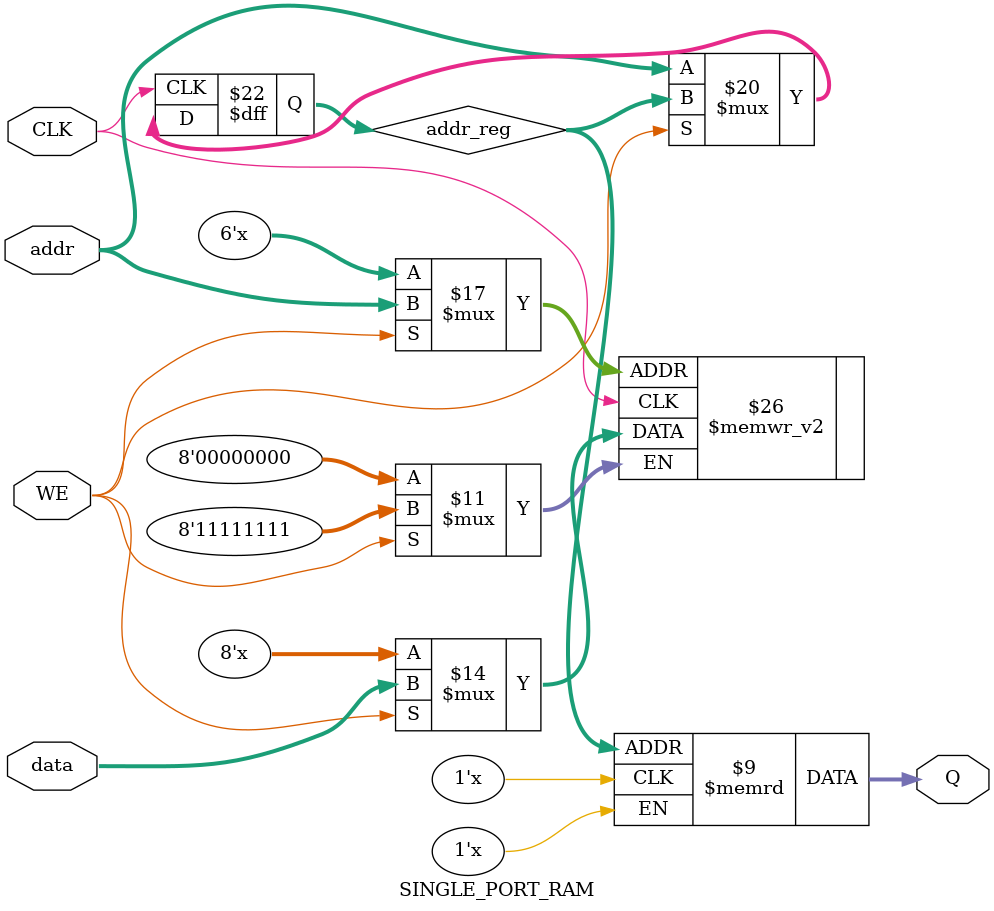
<source format=v>
`timescale 1ns / 1ps


module SINGLE_PORT_RAM(
    input [7:0] data, // Input data
    input [5:0] addr, // Input address
    input WE,   // Write Enable
    input CLK,  // Clock
    output [7:0] Q  // Output data
    );
    
    reg [7:0] ram [63:0]; // 8 * 64 bit RAM
    reg [5:0] addr_reg; // Address Register
    
    always @ (posedge CLK)
        begin
            if (WE)
                ram[addr] <= data;
            else
                addr_reg <= addr;
        end
     
     assign Q = ram[addr_reg];
     
endmodule

</source>
